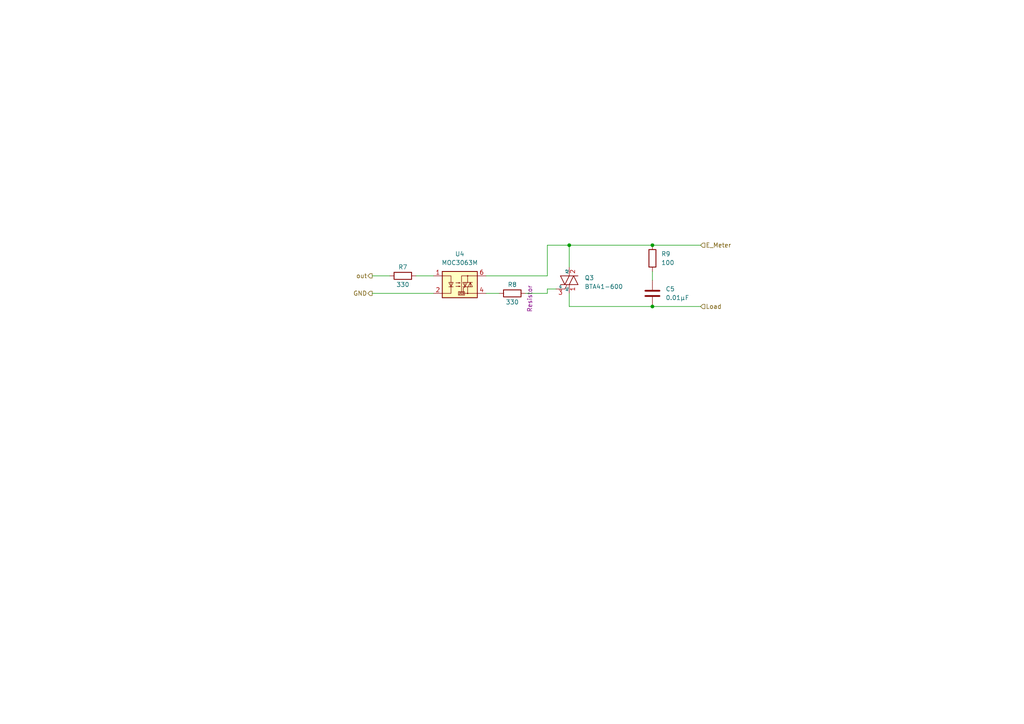
<source format=kicad_sch>
(kicad_sch (version 20250114) (generator "eeschema") (generator_version "9.0")
  (paper "A4")
  (lib_symbols
    (symbol "Device:C" (pin_numbers (hide yes)) (pin_names (offset 0.254))
      (property "Reference" "C" (at 0.635 2.54 0))
      (property "Value" "C" (at 0.635 -2.54 0))
      (symbol "C_0_1"
        (polyline (pts (xy -2.032 0.762) (xy 2.032 0.762)) (stroke (width 0.508)))
        (polyline (pts (xy -2.032 -0.762) (xy 2.032 -0.762)) (stroke (width 0.508)))
      )
      (symbol "C_1_1"
        (pin passive line (at 0 3.81 270) (length 2.794) (name "~") (number "1"))
        (pin passive line (at 0 -3.81 90) (length 2.794) (name "~") (number "2"))
      )
    )
    (symbol "Device:R" (pin_numbers (hide yes)) (pin_names (offset 0))
      (property "Reference" "R" (at 2.032 0 90))
      (property "Value" "R" (at 0 0 90))
      (symbol "R_0_1"
        (rectangle (start -1.016 -2.54) (end 1.016 2.54) (stroke (width 0.254)))
      )
      (symbol "R_1_1"
        (pin passive line (at 0 3.81 270) (length 1.27) (name "~") (number "1"))
        (pin passive line (at 0 -3.81 90) (length 1.27) (name "~") (number "2"))
      )
    )
    (symbol "Relay_SolidState:MOC3063M"
      (property "Reference" "U" (at -5.08 5.08 0))
      (property "Value" "MOC3063M" (at 0 5.08 0))
      (symbol "MOC3063M_0_0"
        (rectangle (start -0.381 -2.032) (end 1.397 -3.048))
        (polyline (pts (xy 1.524 -0.635) (xy 1.016 -1.016) (xy 1.016 -2.032)))
        (polyline (pts (xy 2.286 -2.54) (xy 1.397 -2.54)))
        (text "ZCD" (at 0.508 -2.54 0) (effects (font (size 0.508 0.508))))
      )
      (symbol "MOC3063M_0_1"
        (rectangle (start -5.08 3.81) (end 5.08 -3.81) (stroke (width 0.254)) (fill (type background)))
        (polyline (pts (xy -5.08 2.54) (xy -2.54 2.54) (xy -2.54 -2.54) (xy -5.08 -2.54)))
        (polyline (pts (xy -3.175 -0.635) (xy -1.905 -0.635)))
        (polyline (pts (xy -2.54 -0.635) (xy -3.175 0.635) (xy -1.905 0.635) (xy -2.54 -0.635)))
        (polyline (pts (xy -1.143 0.508) (xy 0.127 0.508) (xy -0.254 0.381) (xy -0.254 0.635) (xy 0.127 0.508)))
        (polyline (pts (xy -1.143 -0.508) (xy 0.127 -0.508) (xy -0.254 -0.635) (xy -0.254 -0.381) (xy 0.127 -0.508)))
        (polyline (pts (xy 0.889 -0.635) (xy 3.683 -0.635) (xy 3.048 0.635) (xy 2.413 -0.635)))
        (polyline (pts (xy 1.524 -0.635) (xy 1.524 0.635)))
        (polyline (pts (xy 2.286 2.54) (xy 0.508 2.54) (xy 0.508 -2.032)))
        (circle (center 2.286 2.54) (radius 0.127))
        (polyline (pts (xy 2.286 0.635) (xy 2.286 2.54) (xy 5.08 2.54)))
        (polyline (pts (xy 2.286 -0.635) (xy 2.286 -2.54) (xy 5.08 -2.54)))
        (circle (center 2.286 -2.54) (radius 0.127))
        (polyline (pts (xy 3.048 0.635) (xy 3.048 -0.635)))
        (polyline (pts (xy 3.683 0.635) (xy 0.889 0.635) (xy 1.524 -0.635) (xy 2.159 0.635)))
      )
      (symbol "MOC3063M_1_1"
        (pin passive line (at -7.62 2.54 0) (length 2.54) (name "~") (number "1"))
        (pin passive line (at -7.62 -2.54 0) (length 2.54) (name "~") (number "2"))
        (pin no_connect line (at -5.08 0 0) (length 2.54) (hide yes) (name "NC") (number "3"))
        (pin no_connect line (at 5.08 0 180) (length 2.54) (hide yes) (name "NC") (number "5"))
        (pin passive line (at 7.62 2.54 180) (length 2.54) (name "~") (number "6"))
        (pin passive line (at 7.62 -2.54 180) (length 2.54) (name "~") (number "4"))
      )
    )
    (symbol "Triac_Thyristor:BT138-800" (pin_names (offset 0))
      (property "Reference" "Q" (at 5.08 1.905 0))
      (property "Value" "BT138-800" (at 5.08 0 0))
      (symbol "BT138-800_0_1"
        (polyline (pts (xy -2.54 1.27) (xy 2.54 1.27)) (stroke (width 0.2032)))
        (polyline (pts (xy -2.54 1.27) (xy -1.27 -1.27) (xy 0 1.27)) (stroke (width 0.2032)))
        (polyline (pts (xy -2.54 -1.27) (xy 2.54 -1.27)) (stroke (width 0.2032)))
        (polyline (pts (xy -1.27 -2.54) (xy -0.635 -1.27)))
        (polyline (pts (xy 0 -1.27) (xy 1.27 1.27) (xy 2.54 -1.27)) (stroke (width 0.2032)))
      )
      (symbol "BT138-800_1_1"
        (pin input line (at -3.81 -2.54 0) (length 2.54) (name "G") (number "3"))
        (pin passive line (at 0 3.81 270) (length 2.54) (name "A2") (number "2"))
        (pin passive line (at 0 -3.81 90) (length 2.54) (name "A1") (number "1"))
      )
    )
  )
  (junction (at 189.23 88.9))
  (junction (at 189.23 71.12))
  (junction (at 165.1 71.12))
  (wire (pts (xy 120.65 80.01) (xy 125.73 80.01)))
  (wire (pts (xy 165.1 85.09) (xy 165.1 88.9)))
  (wire (pts (xy 107.95 85.09) (xy 125.73 85.09)))
  (wire (pts (xy 189.23 81.28) (xy 189.23 78.74)))
  (wire (pts (xy 140.97 80.01) (xy 158.75 80.01)))
  (wire (pts (xy 165.1 88.9) (xy 189.23 88.9)))
  (wire (pts (xy 158.75 80.01) (xy 158.75 71.12)))
  (wire (pts (xy 152.4 85.09) (xy 158.75 85.09)))
  (wire (pts (xy 158.75 71.12) (xy 165.1 71.12)))
  (wire (pts (xy 140.97 85.09) (xy 144.78 85.09)))
  (wire (pts (xy 158.75 83.82) (xy 161.29 83.82)))
  (wire (pts (xy 165.1 71.12) (xy 165.1 77.47)))
  (wire (pts (xy 189.23 71.12) (xy 203.2 71.12)))
  (wire (pts (xy 165.1 71.12) (xy 189.23 71.12)))
  (wire (pts (xy 107.95 80.01) (xy 113.03 80.01)))
  (wire (pts (xy 189.23 88.9) (xy 203.2 88.9)))
  (wire (pts (xy 158.75 85.09) (xy 158.75 83.82)))
  (hierarchical_label "out" (shape output) (at 107.95 80.01 180))
  (hierarchical_label "E_Meter" (shape input) (at 203.2 71.12 0))
  (hierarchical_label "GND" (shape output) (at 107.95 85.09 180))
  (hierarchical_label "Load" (shape input) (at 203.2 88.9 0))
  (symbol (lib_id "Device:R") (at 116.84 80.01 90) (unit 1)
    (property "Reference" "R1" (at 116.84 77.47 90))
    (property "Value" "330" (at 116.84 82.55 90))
    (property "Footprint" "Resistor_THT:R_Axial_DIN0207_L6.3mm_D2.5mm_P7.62mm_Horizontal" (effects (hide yes)))
    (property "Description" "Resistor" (effects (hide yes)))
    (instances (project "smart meter" (path "" (reference "R7") (unit 1)) (path "" (reference "R16") (unit 1)) (path "" (reference "R10") (unit 1)) (path "" (reference "R19") (unit 1)) (path "" (reference "R13") (unit 1)) (path "" (reference "R4") (unit 1)) (path "" (reference "R1") (unit 1))))
  )
  (symbol (lib_id "Device:R") (at 148.59 85.09 90) (unit 1)
    (property "Reference" "R2" (at 148.59 82.55 90))
    (property "Value" "330" (at 148.59 87.63 90))
    (property "Footprint" "Resistor_THT:R_Axial_DIN0207_L6.3mm_D2.5mm_P7.62mm_Horizontal" (effects (hide yes)))
    (property "Description" "Resistor" (at 153.67 86.614 0))
    (instances (project "smart meter" (path "" (reference "R8") (unit 1)) (path "" (reference "R17") (unit 1)) (path "" (reference "R11") (unit 1)) (path "" (reference "R20") (unit 1)) (path "" (reference "R14") (unit 1)) (path "" (reference "R5") (unit 1)) (path "" (reference "R2") (unit 1))))
  )
  (symbol (lib_id "Device:C") (at 189.23 85.09 0) (unit 1)
    (property "Reference" "C3" (at 193.04 83.82 0) (effects (justify left)))
    (property "Value" "0.01µF" (at 193.04 86.36 0) (effects (justify left)))
    (property "Footprint" "Capacitor_THT:C_Disc_D7.5mm_W5.0mm_P10.00mm" (effects (hide yes)))
    (property "Description" "Unpolarized capacitor" (effects (hide yes)))
    (instances (project "smart meter" (path "" (reference "C5") (unit 1)) (path "" (reference "C8") (unit 1)) (path "" (reference "C6") (unit 1)) (path "" (reference "C9") (unit 1)) (path "" (reference "C7") (unit 1)) (path "" (reference "C4") (unit 1)) (path "" (reference "C3") (unit 1))))
  )
  (symbol (lib_id "Triac_Thyristor:BT138-800") (at 165.1 81.28 0) (unit 1)
    (property "Reference" "Q1" (at 169.545 80.5942 0) (effects (justify left)))
    (property "Value" "BTA41-600" (at 169.545 83.1342 0) (effects (justify left)))
    (property "Footprint" "Package_TO_SOT_THT:TO-220-3_Vertical" (effects (hide yes)))
    (property "Datasheet" "https://assets.nexperia.com/documents/data-sheet/BT138_SER_D_E.pdf" (effects (hide yes)))
    (property "Description" "12A RMS, 800V Off-State Voltage, Triac, TO-220" (effects (hide yes)))
    (instances (project "smart meter" (path "" (reference "Q3") (unit 1)) (path "" (reference "Q6") (unit 1)) (path "" (reference "Q4") (unit 1)) (path "" (reference "Q7") (unit 1)) (path "" (reference "Q5") (unit 1)) (path "" (reference "Q2") (unit 1)) (path "" (reference "Q1") (unit 1))))
  )
  (symbol (lib_id "Device:R") (at 189.23 74.93 0) (unit 1)
    (property "Reference" "R3" (at 191.77 73.6599 0) (effects (justify left)))
    (property "Value" "100" (at 191.77 76.1999 0) (effects (justify left)))
    (property "Footprint" "Resistor_THT:R_Axial_DIN0207_L6.3mm_D2.5mm_P7.62mm_Horizontal" (effects (hide yes)))
    (property "Description" "Resistor" (effects (hide yes)))
    (instances (project "smart meter" (path "" (reference "R9") (unit 1)) (path "" (reference "R18") (unit 1)) (path "" (reference "R12") (unit 1)) (path "" (reference "R21") (unit 1)) (path "" (reference "R15") (unit 1)) (path "" (reference "R6") (unit 1)) (path "" (reference "R3") (unit 1))))
  )
  (symbol (lib_id "Relay_SolidState:MOC3063M") (at 133.35 82.55 0) (unit 1)
    (property "Reference" "U2" (at 133.35 73.66 0))
    (property "Value" "MOC3063M" (at 133.35 76.2 0))
    (property "Footprint" "Package_DIP:DIP-6_W7.62mm" (effects (hide yes)))
    (property "Datasheet" "https://www.onsemi.com/pub/Collateral/MOC3163M-D.pdf" (effects (hide yes)))
    (property "Description" "Zero Cross Opto-Triac, Vdrm 600V, Ift 5mA, DIP6" (effects (hide yes)))
    (instances (project "smart meter" (path "" (reference "U4") (unit 1)) (path "" (reference "U7") (unit 1)) (path "" (reference "U5") (unit 1)) (path "" (reference "U8") (unit 1)) (path "" (reference "U6") (unit 1)) (path "" (reference "U3") (unit 1)) (path "" (reference "U2") (unit 1))))
  )
)
</source>
